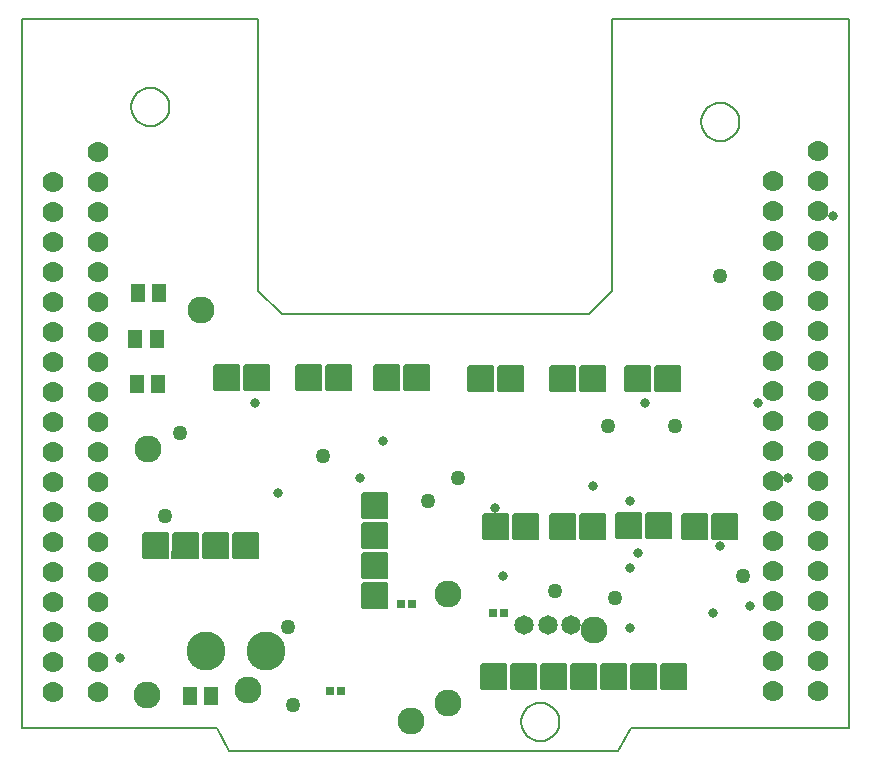
<source format=gbr>
G04 PROTEUS GERBER X2 FILE*
%TF.GenerationSoftware,Labcenter,Proteus,8.12-SP0-Build30713*%
%TF.CreationDate,2021-08-06T04:24:26+00:00*%
%TF.FileFunction,Soldermask,Bot*%
%TF.FilePolarity,Negative*%
%TF.Part,Single*%
%TF.SameCoordinates,{793229e0-97f6-4af7-a571-5be770182b8e}*%
%FSLAX45Y45*%
%MOMM*%
G01*
%TA.AperFunction,Material*%
%ADD31C,1.270000*%
%ADD32C,0.812800*%
%TA.AperFunction,Material*%
%ADD34C,1.778000*%
%TA.AperFunction,Material*%
%ADD35C,2.286000*%
%AMPPAD040*
4,1,4,
-0.571500,-0.723900,
0.571500,-0.723900,
0.571500,0.723900,
-0.571500,0.723900,
-0.571500,-0.723900,
0*%
%TA.AperFunction,Material*%
%ADD46PPAD040*%
%ADD36C,3.302000*%
%AMPPAD034*
4,1,36,
1.016000,-1.143000,
-1.016000,-1.143000,
-1.041970,-1.140470,
-1.065980,-1.133200,
-1.087580,-1.121650,
-1.106290,-1.106290,
-1.121650,-1.087570,
-1.133200,-1.065980,
-1.140470,-1.041970,
-1.143000,-1.016000,
-1.143000,1.016000,
-1.140470,1.041970,
-1.133200,1.065980,
-1.121650,1.087570,
-1.106290,1.106290,
-1.087580,1.121650,
-1.065980,1.133200,
-1.041970,1.140470,
-1.016000,1.143000,
1.016000,1.143000,
1.041970,1.140470,
1.065980,1.133200,
1.087580,1.121650,
1.106290,1.106290,
1.121650,1.087570,
1.133200,1.065980,
1.140470,1.041970,
1.143000,1.016000,
1.143000,-1.016000,
1.140470,-1.041970,
1.133200,-1.065980,
1.121650,-1.087570,
1.106290,-1.106290,
1.087580,-1.121650,
1.065980,-1.133200,
1.041970,-1.140470,
1.016000,-1.143000,
0*%
%TA.AperFunction,Material*%
%ADD40PPAD034*%
%AMPPAD035*
4,1,36,
1.143000,1.016000,
1.143000,-1.016000,
1.140470,-1.041970,
1.133200,-1.065980,
1.121650,-1.087580,
1.106290,-1.106290,
1.087570,-1.121650,
1.065980,-1.133200,
1.041970,-1.140470,
1.016000,-1.143000,
-1.016000,-1.143000,
-1.041970,-1.140470,
-1.065980,-1.133200,
-1.087570,-1.121650,
-1.106290,-1.106290,
-1.121650,-1.087580,
-1.133200,-1.065980,
-1.140470,-1.041970,
-1.143000,-1.016000,
-1.143000,1.016000,
-1.140470,1.041970,
-1.133200,1.065980,
-1.121650,1.087580,
-1.106290,1.106290,
-1.087570,1.121650,
-1.065980,1.133200,
-1.041970,1.140470,
-1.016000,1.143000,
1.016000,1.143000,
1.041970,1.140470,
1.065980,1.133200,
1.087570,1.121650,
1.106290,1.106290,
1.121650,1.087580,
1.133200,1.065980,
1.140470,1.041970,
1.143000,1.016000,
0*%
%TA.AperFunction,Material*%
%ADD41PPAD035*%
%AMPPAD041*
4,1,4,
-0.304800,0.304800,
-0.304800,-0.304800,
0.304800,-0.304800,
0.304800,0.304800,
-0.304800,0.304800,
0*%
%TA.AperFunction,Material*%
%ADD47PPAD041*%
%TA.AperFunction,Material*%
%ADD45C,1.651000*%
%TA.AperFunction,Profile*%
%ADD24C,0.203200*%
%TD.AperFunction*%
D31*
X+2291905Y+192055D03*
X+2547500Y+2301500D03*
X+1214000Y+1793500D03*
X+3690500Y+2111000D03*
X+5024000Y+1095000D03*
X+5913000Y+3825500D03*
X+1341000Y+2492000D03*
X+4960500Y+2555500D03*
X+4516000Y+1158500D03*
X+3436500Y+1920500D03*
X+6103500Y+1285500D03*
X+5532000Y+2555500D03*
X+2252372Y+850938D03*
D32*
X+5913000Y+1539500D03*
X+4008000Y+1857000D03*
X+4833500Y+2047500D03*
X+5151000Y+1920500D03*
X+5849500Y+968000D03*
X+5151000Y+1349000D03*
X+5151000Y+841000D03*
X+6484500Y+2111000D03*
X+6167000Y+1031500D03*
X+6230500Y+2746000D03*
X+5278000Y+2746000D03*
X+6865500Y+4333500D03*
X+1976000Y+2746000D03*
X+833000Y+587000D03*
X+2166500Y+1984000D03*
X+3055500Y+2428500D03*
X+4071500Y+1285500D03*
X+2865000Y+2111000D03*
X+5214500Y+1476000D03*
D34*
X+641000Y+4876000D03*
X+260000Y+4622000D03*
X+641000Y+4622000D03*
X+260000Y+4368000D03*
X+641000Y+4368000D03*
X+260000Y+4114000D03*
X+641000Y+4114000D03*
X+260000Y+3860000D03*
X+641000Y+3860000D03*
X+260000Y+3606000D03*
X+641000Y+3606000D03*
X+260000Y+3352000D03*
X+641000Y+3352000D03*
X+260000Y+3098000D03*
X+641000Y+3098000D03*
X+260000Y+2844000D03*
X+641000Y+2844000D03*
X+260000Y+2590000D03*
X+641000Y+2590000D03*
X+260000Y+2336000D03*
X+641000Y+2336000D03*
X+260000Y+2082000D03*
X+641000Y+2082000D03*
X+260000Y+1828000D03*
X+641000Y+1828000D03*
X+260000Y+1574000D03*
X+641000Y+1574000D03*
X+260000Y+1320000D03*
X+641000Y+1320000D03*
X+260000Y+1066000D03*
X+641000Y+1066000D03*
X+260000Y+812000D03*
X+641000Y+812000D03*
X+260000Y+558000D03*
X+641000Y+558000D03*
X+260000Y+304000D03*
X+641000Y+304000D03*
X+6737000Y+4880000D03*
X+6356000Y+4626000D03*
X+6737000Y+4626000D03*
X+6356000Y+4372000D03*
X+6737000Y+4372000D03*
X+6356000Y+4118000D03*
X+6737000Y+4118000D03*
X+6356000Y+3864000D03*
X+6737000Y+3864000D03*
X+6356000Y+3610000D03*
X+6737000Y+3610000D03*
X+6356000Y+3356000D03*
X+6737000Y+3356000D03*
X+6356000Y+3102000D03*
X+6737000Y+3102000D03*
X+6356000Y+2848000D03*
X+6737000Y+2848000D03*
X+6356000Y+2594000D03*
X+6737000Y+2594000D03*
X+6356000Y+2340000D03*
X+6737000Y+2340000D03*
X+6356000Y+2086000D03*
X+6737000Y+2086000D03*
X+6356000Y+1832000D03*
X+6737000Y+1832000D03*
X+6356000Y+1578000D03*
X+6737000Y+1578000D03*
X+6356000Y+1324000D03*
X+6737000Y+1324000D03*
X+6356000Y+1070000D03*
X+6737000Y+1070000D03*
X+6356000Y+816000D03*
X+6737000Y+816000D03*
X+6356000Y+562000D03*
X+6737000Y+562000D03*
X+6356000Y+308000D03*
X+6737000Y+308000D03*
D35*
X+1060000Y+280000D03*
D46*
X+980000Y+3680000D03*
X+1160000Y+3680000D03*
X+960000Y+3290000D03*
X+1140000Y+3290000D03*
D35*
X+1520000Y+3540000D03*
D46*
X+970000Y+2910000D03*
X+1150000Y+2910000D03*
D35*
X+1070000Y+2360000D03*
D36*
X+1560000Y+650000D03*
X+2068000Y+650000D03*
D46*
X+1600000Y+270000D03*
X+1420000Y+270000D03*
D35*
X+1910000Y+320000D03*
X+3290000Y+60000D03*
X+3610000Y+210000D03*
D40*
X+5520000Y+430000D03*
X+5266000Y+430000D03*
X+5012000Y+430000D03*
X+4758000Y+430000D03*
X+4504000Y+430000D03*
X+4250000Y+430000D03*
X+3996000Y+430000D03*
D41*
X+2992000Y+1880000D03*
X+2992000Y+1626000D03*
X+2992000Y+1372000D03*
X+2992000Y+1118000D03*
D47*
X+3210000Y+1050000D03*
X+3300000Y+1050000D03*
D35*
X+3610000Y+1130000D03*
D40*
X+1138000Y+1540000D03*
X+1392000Y+1540000D03*
X+1646000Y+1540000D03*
X+1900000Y+1540000D03*
D47*
X+1210000Y+1460000D03*
X+1300000Y+1460000D03*
D40*
X+4010000Y+1700000D03*
X+4264000Y+1700000D03*
X+4580000Y+1700000D03*
X+4834000Y+1700000D03*
X+5140000Y+1710000D03*
X+5394000Y+1710000D03*
X+5700000Y+1700000D03*
X+5954000Y+1700000D03*
D45*
X+4250000Y+870000D03*
X+4450000Y+870000D03*
X+4650000Y+870000D03*
D47*
X+4080000Y+970000D03*
X+3990000Y+970000D03*
D35*
X+4840000Y+830000D03*
D47*
X+2700000Y+310000D03*
X+2610000Y+310000D03*
D40*
X+1736000Y+2960000D03*
X+1990000Y+2960000D03*
X+3890000Y+2950000D03*
X+4144000Y+2950000D03*
X+4580000Y+2950000D03*
X+4834000Y+2950000D03*
X+2430000Y+2960000D03*
X+2684000Y+2960000D03*
X+3090000Y+2960000D03*
X+3344000Y+2960000D03*
X+5220000Y+2950000D03*
X+5474000Y+2950000D03*
D24*
X+0Y+0D02*
X+1650000Y+0D01*
X+7000000Y+0D02*
X+7000000Y+6000000D01*
X+5000000Y+6000000D01*
X+5000000Y+3700000D01*
X+4800000Y+3500000D01*
X+2200000Y+3500000D01*
X+2000000Y+3700000D02*
X+2000000Y+6000000D01*
X+0Y+6000000D01*
X+0Y+0D01*
X+2000000Y+3700000D02*
X+2200000Y+3500000D01*
X+5160000Y+0D02*
X+7000000Y+0D01*
X+1750000Y-200000D02*
X+5050000Y-200000D01*
X+1650000Y+0D02*
X+1750000Y-200000D01*
X+5160000Y+0D02*
X+5050000Y-200000D01*
X+4550045Y+50000D02*
X+4549508Y+63142D01*
X+4545144Y+89427D01*
X+4536029Y+115712D01*
X+4521182Y+141997D01*
X+4498470Y+168118D01*
X+4472185Y+187898D01*
X+4445900Y+200658D01*
X+4419615Y+208108D01*
X+4393330Y+210987D01*
X+4389000Y+211045D01*
X+4227955Y+50000D02*
X+4228492Y+63142D01*
X+4232856Y+89427D01*
X+4241971Y+115712D01*
X+4256818Y+141997D01*
X+4279530Y+168118D01*
X+4305815Y+187898D01*
X+4332100Y+200658D01*
X+4358385Y+208108D01*
X+4384670Y+210987D01*
X+4389000Y+211045D01*
X+4227955Y+50000D02*
X+4228492Y+36858D01*
X+4232856Y+10573D01*
X+4241971Y-15712D01*
X+4256818Y-41997D01*
X+4279530Y-68118D01*
X+4305815Y-87898D01*
X+4332100Y-100658D01*
X+4358385Y-108108D01*
X+4384670Y-110987D01*
X+4389000Y-111045D01*
X+4550045Y+50000D02*
X+4549508Y+36858D01*
X+4545144Y+10573D01*
X+4536029Y-15712D01*
X+4521182Y-41997D01*
X+4498470Y-68118D01*
X+4472185Y-87898D01*
X+4445900Y-100658D01*
X+4419615Y-108108D01*
X+4393330Y-110987D01*
X+4389000Y-111045D01*
X+6074045Y+5130000D02*
X+6073508Y+5143142D01*
X+6069144Y+5169427D01*
X+6060029Y+5195712D01*
X+6045182Y+5221997D01*
X+6022470Y+5248118D01*
X+5996185Y+5267898D01*
X+5969900Y+5280658D01*
X+5943615Y+5288108D01*
X+5917330Y+5290987D01*
X+5913000Y+5291045D01*
X+5751955Y+5130000D02*
X+5752492Y+5143142D01*
X+5756856Y+5169427D01*
X+5765971Y+5195712D01*
X+5780818Y+5221997D01*
X+5803530Y+5248118D01*
X+5829815Y+5267898D01*
X+5856100Y+5280658D01*
X+5882385Y+5288108D01*
X+5908670Y+5290987D01*
X+5913000Y+5291045D01*
X+5751955Y+5130000D02*
X+5752492Y+5116858D01*
X+5756856Y+5090573D01*
X+5765971Y+5064288D01*
X+5780818Y+5038003D01*
X+5803530Y+5011882D01*
X+5829815Y+4992102D01*
X+5856100Y+4979342D01*
X+5882385Y+4971892D01*
X+5908670Y+4969013D01*
X+5913000Y+4968955D01*
X+6074045Y+5130000D02*
X+6073508Y+5116858D01*
X+6069144Y+5090573D01*
X+6060029Y+5064288D01*
X+6045182Y+5038003D01*
X+6022470Y+5011882D01*
X+5996185Y+4992102D01*
X+5969900Y+4979342D01*
X+5943615Y+4971892D01*
X+5917330Y+4969013D01*
X+5913000Y+4968955D01*
X+1248045Y+5257000D02*
X+1247508Y+5270142D01*
X+1243144Y+5296427D01*
X+1234029Y+5322712D01*
X+1219182Y+5348997D01*
X+1196470Y+5375118D01*
X+1170185Y+5394898D01*
X+1143900Y+5407658D01*
X+1117615Y+5415108D01*
X+1091330Y+5417987D01*
X+1087000Y+5418045D01*
X+925955Y+5257000D02*
X+926492Y+5270142D01*
X+930856Y+5296427D01*
X+939971Y+5322712D01*
X+954818Y+5348997D01*
X+977530Y+5375118D01*
X+1003815Y+5394898D01*
X+1030100Y+5407658D01*
X+1056385Y+5415108D01*
X+1082670Y+5417987D01*
X+1087000Y+5418045D01*
X+925955Y+5257000D02*
X+926492Y+5243858D01*
X+930856Y+5217573D01*
X+939971Y+5191288D01*
X+954818Y+5165003D01*
X+977530Y+5138882D01*
X+1003815Y+5119102D01*
X+1030100Y+5106342D01*
X+1056385Y+5098892D01*
X+1082670Y+5096013D01*
X+1087000Y+5095955D01*
X+1248045Y+5257000D02*
X+1247508Y+5243858D01*
X+1243144Y+5217573D01*
X+1234029Y+5191288D01*
X+1219182Y+5165003D01*
X+1196470Y+5138882D01*
X+1170185Y+5119102D01*
X+1143900Y+5106342D01*
X+1117615Y+5098892D01*
X+1091330Y+5096013D01*
X+1087000Y+5095955D01*
M02*

</source>
